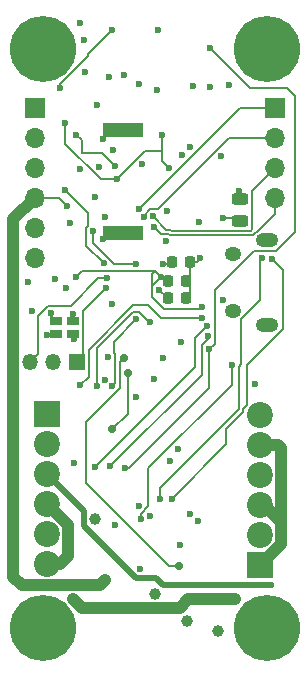
<source format=gbr>
%TF.GenerationSoftware,KiCad,Pcbnew,7.0.5*%
%TF.CreationDate,2023-12-16T01:16:06-08:00*%
%TF.ProjectId,Lyrav3,4c797261-7633-42e6-9b69-6361645f7063,rev?*%
%TF.SameCoordinates,Original*%
%TF.FileFunction,Copper,L1,Top*%
%TF.FilePolarity,Positive*%
%FSLAX46Y46*%
G04 Gerber Fmt 4.6, Leading zero omitted, Abs format (unit mm)*
G04 Created by KiCad (PCBNEW 7.0.5) date 2023-12-16 01:16:06*
%MOMM*%
%LPD*%
G01*
G04 APERTURE LIST*
G04 Aperture macros list*
%AMRoundRect*
0 Rectangle with rounded corners*
0 $1 Rounding radius*
0 $2 $3 $4 $5 $6 $7 $8 $9 X,Y pos of 4 corners*
0 Add a 4 corners polygon primitive as box body*
4,1,4,$2,$3,$4,$5,$6,$7,$8,$9,$2,$3,0*
0 Add four circle primitives for the rounded corners*
1,1,$1+$1,$2,$3*
1,1,$1+$1,$4,$5*
1,1,$1+$1,$6,$7*
1,1,$1+$1,$8,$9*
0 Add four rect primitives between the rounded corners*
20,1,$1+$1,$2,$3,$4,$5,0*
20,1,$1+$1,$4,$5,$6,$7,0*
20,1,$1+$1,$6,$7,$8,$9,0*
20,1,$1+$1,$8,$9,$2,$3,0*%
G04 Aperture macros list end*
%TA.AperFunction,SMDPad,CuDef*%
%ADD10RoundRect,0.243750X0.456250X-0.243750X0.456250X0.243750X-0.456250X0.243750X-0.456250X-0.243750X0*%
%TD*%
%TA.AperFunction,ComponentPad*%
%ADD11C,5.600000*%
%TD*%
%TA.AperFunction,ComponentPad*%
%ADD12R,1.700000X1.700000*%
%TD*%
%TA.AperFunction,ComponentPad*%
%ADD13O,1.700000X1.700000*%
%TD*%
%TA.AperFunction,SMDPad,CuDef*%
%ADD14RoundRect,0.225000X-0.225000X-0.250000X0.225000X-0.250000X0.225000X0.250000X-0.225000X0.250000X0*%
%TD*%
%TA.AperFunction,SMDPad,CuDef*%
%ADD15R,3.400000X1.300000*%
%TD*%
%TA.AperFunction,SMDPad,CuDef*%
%ADD16R,1.000000X0.800000*%
%TD*%
%TA.AperFunction,ComponentPad*%
%ADD17R,2.200000X2.200000*%
%TD*%
%TA.AperFunction,ComponentPad*%
%ADD18C,2.200000*%
%TD*%
%TA.AperFunction,ComponentPad*%
%ADD19R,1.350000X1.350000*%
%TD*%
%TA.AperFunction,ComponentPad*%
%ADD20O,1.350000X1.350000*%
%TD*%
%TA.AperFunction,ComponentPad*%
%ADD21O,1.400000X1.200000*%
%TD*%
%TA.AperFunction,ComponentPad*%
%ADD22O,1.900000X1.200000*%
%TD*%
%TA.AperFunction,ViaPad*%
%ADD23C,1.000000*%
%TD*%
%TA.AperFunction,ViaPad*%
%ADD24C,0.600000*%
%TD*%
%TA.AperFunction,ViaPad*%
%ADD25C,0.700000*%
%TD*%
%TA.AperFunction,Conductor*%
%ADD26C,0.200000*%
%TD*%
%TA.AperFunction,Conductor*%
%ADD27C,1.000000*%
%TD*%
%TA.AperFunction,Conductor*%
%ADD28C,0.500000*%
%TD*%
G04 APERTURE END LIST*
D10*
%TO.P,D2,1,K*%
%TO.N,GND*%
X203276200Y-81620100D03*
%TO.P,D2,2,A*%
%TO.N,Net-(D2-A)*%
X203276200Y-79745100D03*
%TD*%
D11*
%TO.P,H3,1,1*%
%TO.N,GND*%
X186600000Y-116025000D03*
%TD*%
D12*
%TO.P,J8,1,Pin_1*%
%TO.N,/BRKOUT1*%
X206248000Y-72009000D03*
D13*
%TO.P,J8,2,Pin_2*%
%TO.N,/BRKOUT2*%
X206248000Y-74549000D03*
%TO.P,J8,3,Pin_3*%
%TO.N,/BRKOUT3*%
X206248000Y-77089000D03*
%TO.P,J8,4,Pin_4*%
%TO.N,/BRKOUT4*%
X206248000Y-79629000D03*
%TD*%
D14*
%TO.P,C19,1*%
%TO.N,+3V3*%
X197534500Y-85013800D03*
%TO.P,C19,2*%
%TO.N,GND*%
X199084500Y-85013800D03*
%TD*%
D15*
%TO.P,LS1,1,+*%
%TO.N,/BUZZER*%
X193395600Y-82582000D03*
%TO.P,LS1,2,-*%
%TO.N,GND*%
X193395600Y-73882000D03*
%TD*%
D11*
%TO.P,H1,1,1*%
%TO.N,GND*%
X186600000Y-67025000D03*
%TD*%
%TO.P,H2,1,1*%
%TO.N,GND*%
X205600000Y-67025000D03*
%TD*%
D16*
%TO.P,D4,1,A*%
%TO.N,Net-(D4-A)*%
X187678900Y-90044800D03*
%TO.P,D4,2,RK*%
%TO.N,/LEDRED*%
X187678900Y-91144800D03*
%TO.P,D4,3,GK*%
%TO.N,/LEDGREEN*%
X189178900Y-91144800D03*
%TO.P,D4,4,BK*%
%TO.N,/LEDBLUE*%
X189178900Y-90044800D03*
%TD*%
D11*
%TO.P,H4,1,1*%
%TO.N,GND*%
X205600000Y-116025000D03*
%TD*%
D17*
%TO.P,J2,1,Pin_1*%
%TO.N,/P4-*%
X186944000Y-97917000D03*
D18*
%TO.P,J2,2,Pin_2*%
%TO.N,+12P*%
X186944000Y-100457000D03*
%TO.P,J2,3,Pin_3*%
%TO.N,+12V*%
X186944000Y-102997000D03*
%TO.P,J2,4,Pin_4*%
%TO.N,+BATT*%
X186944000Y-105537000D03*
%TO.P,J2,5,Pin_5*%
%TO.N,GND*%
X186944000Y-108077000D03*
%TO.P,J2,6,Pin_6*%
%TO.N,+BATT*%
X186944000Y-110617000D03*
%TD*%
D14*
%TO.P,C20,1*%
%TO.N,+3V3*%
X197192600Y-88138000D03*
%TO.P,C20,2*%
%TO.N,GND*%
X198742600Y-88138000D03*
%TD*%
D17*
%TO.P,J9,1,Pin_1*%
%TO.N,+12P*%
X204978000Y-110744000D03*
D18*
%TO.P,J9,2,Pin_2*%
%TO.N,/P1-*%
X204978000Y-108204000D03*
%TO.P,J9,3,Pin_3*%
%TO.N,+12P*%
X204978000Y-105664000D03*
%TO.P,J9,4,Pin_4*%
%TO.N,/P2-*%
X204978000Y-103124000D03*
%TO.P,J9,5,Pin_5*%
%TO.N,+12P*%
X204978000Y-100584000D03*
%TO.P,J9,6,Pin_6*%
%TO.N,/P3-*%
X204978000Y-98044000D03*
%TD*%
D12*
%TO.P,J6,1,Pin_1*%
%TO.N,/BRKOUT7*%
X185928000Y-71999000D03*
D13*
%TO.P,J6,2,Pin_2*%
%TO.N,/BRKOUT6*%
X185928000Y-74539000D03*
%TO.P,J6,3,Pin_3*%
%TO.N,/BRKOUT5*%
X185928000Y-77079000D03*
%TO.P,J6,4,Pin_4*%
%TO.N,+12VA*%
X185928000Y-79619000D03*
%TO.P,J6,5,Pin_5*%
%TO.N,+3V3*%
X185928000Y-82159000D03*
%TO.P,J6,6,Pin_6*%
%TO.N,GND*%
X185928000Y-84699000D03*
%TD*%
D14*
%TO.P,C18,1*%
%TO.N,+1V1*%
X197192600Y-86664800D03*
%TO.P,C18,2*%
%TO.N,GND*%
X198742600Y-86664800D03*
%TD*%
D19*
%TO.P,J5,1,Pin_1*%
%TO.N,/SWCLK*%
X189502800Y-93522800D03*
D20*
%TO.P,J5,2,Pin_2*%
%TO.N,GND*%
X187502800Y-93522800D03*
%TO.P,J5,3,Pin_3*%
%TO.N,/SWD*%
X185502800Y-93522800D03*
%TD*%
D21*
%TO.P,J7,6,Shield*%
%TO.N,unconnected-(J7-Shield-Pad6)*%
X202715200Y-89237200D03*
%TO.P,J7,7*%
%TO.N,N/C*%
X202715200Y-84397200D03*
D22*
%TO.P,J7,8*%
X205615200Y-83217200D03*
%TO.P,J7,9*%
X205615200Y-90417200D03*
%TD*%
D23*
%TO.N,+12VA*%
X191871600Y-112014000D03*
D24*
X188671200Y-80314800D03*
%TO.N,GND*%
X198018400Y-100888800D03*
X191827274Y-95007119D03*
X185318400Y-86715600D03*
X192430400Y-88635800D03*
X199097913Y-75348599D03*
X192684400Y-107340400D03*
X199948800Y-84683600D03*
D23*
X191063407Y-106783345D03*
D24*
X201847784Y-81296069D03*
X188874400Y-81737200D03*
X190093600Y-66243200D03*
X191231011Y-71748973D03*
X187642200Y-86512400D03*
X199360800Y-70154800D03*
X202336400Y-70053200D03*
X199745600Y-106984800D03*
X194716400Y-69951600D03*
X197358000Y-101904800D03*
X201881523Y-88272299D03*
X195986400Y-94945200D03*
X194818000Y-111048800D03*
X191058300Y-79518600D03*
X194716347Y-105711387D03*
X189246999Y-102075477D03*
X198323200Y-91846400D03*
X197154800Y-80772000D03*
D23*
X196138800Y-113131600D03*
D24*
X191346932Y-76994850D03*
X192205000Y-69392800D03*
X204589403Y-95390696D03*
X196342000Y-65405000D03*
X198221600Y-109016800D03*
X191719200Y-74625200D03*
D23*
X201435000Y-116332000D03*
D24*
%TO.N,+3V3*%
X197002400Y-83312000D03*
X195037360Y-76726862D03*
X189788800Y-64820800D03*
X196799200Y-85191600D03*
X199085200Y-106426000D03*
X196415936Y-87384446D03*
X192126781Y-93077991D03*
X185714700Y-89216450D03*
D23*
X198780400Y-115443000D03*
D24*
X200793200Y-70256400D03*
X198424800Y-75996800D03*
X189788800Y-77161200D03*
X195640254Y-106518628D03*
X192511050Y-75569450D03*
X194513200Y-96476000D03*
X188603400Y-87274400D03*
X190193039Y-69006375D03*
X201676000Y-76098400D03*
X191862074Y-81237217D03*
X193443714Y-69240400D03*
X196799200Y-93167200D03*
X196246600Y-70457701D03*
X199847200Y-81686400D03*
%TO.N,+1V1*%
X196607114Y-86313820D03*
X189435481Y-86306919D03*
X200101200Y-88849200D03*
D23*
%TO.N,+12P*%
X202900424Y-113619173D03*
X189179200Y-113616500D03*
D24*
%TO.N,+12V*%
X205943200Y-112420400D03*
%TO.N,/BUZZER*%
X191658300Y-83096755D03*
%TO.N,Net-(D2-A)*%
X203250800Y-79044800D03*
%TO.N,/RUN*%
X191752489Y-85158311D03*
X188061600Y-70307200D03*
X192481200Y-65379600D03*
X188518800Y-78994000D03*
%TO.N,/SWCLK*%
X191973200Y-87223600D03*
%TO.N,/SWD*%
X192006398Y-86410800D03*
%TO.N,/BRKOUT4*%
X196029565Y-82129487D03*
%TO.N,/BRKOUT3*%
X195926300Y-81178400D03*
%TO.N,/BRKOUT2*%
X195129220Y-81240590D03*
%TO.N,/BRKOUT1*%
X194765954Y-80528380D03*
%TO.N,/LEDBLUE*%
X189179200Y-89458800D03*
%TO.N,/LEDGREEN*%
X189281759Y-91541347D03*
%TO.N,/LEDRED*%
X186951061Y-91246300D03*
D25*
%TO.N,/P1 EN *%
X193446400Y-93218000D03*
X198120000Y-110805000D03*
%TO.N,/P2 EN *%
X193791100Y-94488000D03*
X192481200Y-99212400D03*
D24*
%TO.N,/BATT SENSE *%
X190855600Y-82448400D03*
X194462400Y-85201700D03*
%TO.N,/P3 CONT *%
X202587380Y-93811815D03*
X194906233Y-106835516D03*
%TO.N,/QSPI_SS*%
X193548000Y-102514400D03*
X200700700Y-92456000D03*
X200761600Y-66959801D03*
%TO.N,/I2C1 SCL*%
X197307200Y-77114400D03*
X197510400Y-105105200D03*
X192887600Y-78028800D03*
X188518800Y-73304400D03*
X196707700Y-74325977D03*
X205978868Y-84788522D03*
%TO.N,/I2C1 SDA*%
X189433200Y-74269600D03*
X192742450Y-76954750D03*
X196494400Y-105156000D03*
X205181200Y-84734400D03*
%TO.N,/QSPI_SD1*%
X192328800Y-102362000D03*
X200570724Y-91279187D03*
%TO.N,/QSPI_SD2*%
X200463745Y-90486874D03*
X190997900Y-102412800D03*
%TO.N,/QSPI_SDO*%
X200065116Y-89793838D03*
X189788800Y-95504000D03*
%TO.N,/QSPI_SCLK*%
X191213386Y-95519316D03*
X195681600Y-90135300D03*
%TO.N,/QSPI_SD3*%
X192428369Y-95534271D03*
X194513200Y-89916000D03*
%TO.N,Net-(D4-A)*%
X187299600Y-89357200D03*
%TD*%
D26*
%TO.N,+12VA*%
X187975400Y-79619000D02*
X185928000Y-79619000D01*
X188671200Y-80314800D02*
X187975400Y-79619000D01*
D27*
X184100000Y-111710000D02*
X184100000Y-81447000D01*
X191871600Y-112014000D02*
X191468600Y-112417000D01*
X184807000Y-112417000D02*
X184100000Y-111710000D01*
X184100000Y-81447000D02*
X185928000Y-79619000D01*
X191468600Y-112417000D02*
X184807000Y-112417000D01*
D26*
%TO.N,GND*%
X199084500Y-85013800D02*
X199084500Y-87796100D01*
X201847784Y-81296069D02*
X202952169Y-81296069D01*
X202952169Y-81296069D02*
X203276200Y-81620100D01*
X199948800Y-84683600D02*
X199618600Y-85013800D01*
X199084500Y-87796100D02*
X198742600Y-88138000D01*
X199618600Y-85013800D02*
X199084500Y-85013800D01*
%TO.N,+3V3*%
X196799200Y-85191600D02*
X197356700Y-85191600D01*
X197356700Y-85191600D02*
X197534500Y-85013800D01*
X197169490Y-88138000D02*
X197192600Y-88138000D01*
X196415936Y-87384446D02*
X197169490Y-88138000D01*
%TO.N,+1V1*%
X196839963Y-89002825D02*
X199947575Y-89002825D01*
X195815936Y-87104998D02*
X196607114Y-86313820D01*
X199947575Y-89002825D02*
X200101200Y-88849200D01*
X195815936Y-86079758D02*
X196094494Y-85801200D01*
X196094494Y-85801200D02*
X189941200Y-85801200D01*
X195815936Y-87104998D02*
X195815936Y-86079758D01*
X196094494Y-85801200D02*
X196607114Y-86313820D01*
X195815936Y-87104998D02*
X195815936Y-87978798D01*
X189941200Y-85801200D02*
X189435481Y-86306919D01*
X195815936Y-87978798D02*
X196839963Y-89002825D01*
D27*
%TO.N,+12P*%
X206778000Y-100828366D02*
X206533634Y-100584000D01*
X198907170Y-113619173D02*
X202900424Y-113619173D01*
X189179200Y-113616500D02*
X189894300Y-114331600D01*
X206533634Y-100584000D02*
X204978000Y-100584000D01*
X189894300Y-114331600D02*
X198194743Y-114331600D01*
X205333600Y-105664000D02*
X204978000Y-105664000D01*
X204983585Y-110744000D02*
X206778000Y-108949585D01*
X206778000Y-107108400D02*
X205333600Y-105664000D01*
X206778000Y-108949585D02*
X206778000Y-107108400D01*
X198194743Y-114331600D02*
X198907170Y-113619173D01*
X204978000Y-110744000D02*
X204983585Y-110744000D01*
X206778000Y-107108400D02*
X206778000Y-100828366D01*
D28*
%TO.N,+12V*%
X205943200Y-112420400D02*
X196771103Y-112420400D01*
X196771103Y-112420400D02*
X196149503Y-111798800D01*
X190093600Y-106146600D02*
X186944000Y-102997000D01*
X194501200Y-111798800D02*
X190093600Y-107391200D01*
X196149503Y-111798800D02*
X194501200Y-111798800D01*
X190093600Y-107391200D02*
X190093600Y-106146600D01*
D27*
%TO.N,+BATT*%
X186949585Y-105537000D02*
X188744000Y-107331415D01*
X188744000Y-109909200D02*
X188036200Y-110617000D01*
X188744000Y-107331415D02*
X188744000Y-109909200D01*
X186944000Y-105537000D02*
X186949585Y-105537000D01*
X188036200Y-110617000D02*
X186944000Y-110617000D01*
D26*
%TO.N,Net-(D2-A)*%
X203276200Y-79745100D02*
X203276200Y-79070200D01*
X203276200Y-79070200D02*
X203250800Y-79044800D01*
%TO.N,/RUN*%
X190256100Y-82200078D02*
X190256100Y-83661922D01*
X190256100Y-83661922D02*
X191752489Y-85158311D01*
X192481200Y-65379600D02*
X190408500Y-67452300D01*
X190408500Y-82047678D02*
X190408500Y-80883700D01*
X188061600Y-69947463D02*
X190408500Y-67600563D01*
X190408500Y-82047678D02*
X190256100Y-82200078D01*
X190408500Y-67600563D02*
X190408500Y-67452300D01*
X190408500Y-80883700D02*
X188518800Y-78994000D01*
X188061600Y-70307200D02*
X188061600Y-69947463D01*
%TO.N,/SWCLK*%
X191973200Y-87223600D02*
X189978900Y-89217900D01*
X189978900Y-93046700D02*
X189502800Y-93522800D01*
X189978900Y-89217900D02*
X189978900Y-93046700D01*
%TO.N,/SWD*%
X186177800Y-92847800D02*
X185502800Y-93522800D01*
X188970033Y-88757200D02*
X187051071Y-88757200D01*
X192006398Y-86410800D02*
X191316433Y-86410800D01*
X187051071Y-88757200D02*
X186177800Y-89630471D01*
X191316433Y-86410800D02*
X188970033Y-88757200D01*
X186177800Y-89630471D02*
X186177800Y-92847800D01*
%TO.N,/BRKOUT4*%
X197241329Y-82702400D02*
X197346529Y-82807600D01*
X204899204Y-82317200D02*
X206248000Y-80968404D01*
X196602478Y-82702400D02*
X197241329Y-82702400D01*
X197346529Y-82807600D02*
X204402008Y-82807600D01*
X196029565Y-82129487D02*
X196602478Y-82702400D01*
X204892408Y-82317200D02*
X204899204Y-82317200D01*
X206248000Y-80968404D02*
X206248000Y-79629000D01*
X204402008Y-82807600D02*
X204892408Y-82317200D01*
%TO.N,/BRKOUT3*%
X197407014Y-82302400D02*
X197512214Y-82407600D01*
X197050300Y-82302400D02*
X197407014Y-82302400D01*
X204317600Y-79019400D02*
X206248000Y-77089000D01*
X197512214Y-82407600D02*
X204206000Y-82407600D01*
X195926300Y-81178400D02*
X197050300Y-82302400D01*
X204206000Y-82407600D02*
X204317600Y-82296000D01*
X204317600Y-82296000D02*
X204317600Y-79019400D01*
%TO.N,/BRKOUT2*%
X202361800Y-74549000D02*
X206248000Y-74549000D01*
X195129220Y-81240590D02*
X195129220Y-81126951D01*
X196332400Y-80578400D02*
X202361800Y-74549000D01*
X195129220Y-81126951D02*
X195677771Y-80578400D01*
X195677771Y-80578400D02*
X196332400Y-80578400D01*
%TO.N,/BRKOUT1*%
X206248000Y-72009000D02*
X203285334Y-72009000D01*
X203285334Y-72009000D02*
X194765954Y-80528380D01*
%TO.N,/P1 EN *%
X191865420Y-96983380D02*
X191865420Y-96977200D01*
X190246000Y-98602800D02*
X191865420Y-96983380D01*
X197311220Y-110805000D02*
X190246000Y-103739780D01*
X193141600Y-93522800D02*
X193446400Y-93218000D01*
X190246000Y-103739780D02*
X190246000Y-98602800D01*
X198120000Y-110805000D02*
X197311220Y-110805000D01*
X191865420Y-96977200D02*
X193141600Y-95701020D01*
X193141600Y-95701020D02*
X193141600Y-93522800D01*
%TO.N,/P2 EN *%
X192481200Y-99212400D02*
X193791100Y-97902500D01*
X193791100Y-97902500D02*
X193791100Y-94488000D01*
%TO.N,/BATT SENSE *%
X192643700Y-85201700D02*
X190855600Y-83413600D01*
X194462400Y-85201700D02*
X192643700Y-85201700D01*
X190855600Y-83413600D02*
X190855600Y-82448400D01*
%TO.N,/P3 CONT *%
X202587380Y-95471291D02*
X202587380Y-93811815D01*
X195529200Y-105746356D02*
X195529200Y-102529471D01*
X195529200Y-102529471D02*
X202587380Y-95471291D01*
X194906233Y-106369323D02*
X195529200Y-105746356D01*
X194906233Y-106835516D02*
X194906233Y-106369323D01*
%TO.N,/QSPI_SS*%
X193548000Y-102514400D02*
X193928410Y-102514400D01*
X207924400Y-82530792D02*
X207924400Y-70967600D01*
X193928410Y-102514400D02*
X200700700Y-95742110D01*
X204442578Y-84117200D02*
X206337992Y-84117200D01*
X207924400Y-70967600D02*
X207264000Y-70307200D01*
X200700700Y-95742110D02*
X200700700Y-92456000D01*
X200700700Y-92456000D02*
X201170724Y-91985976D01*
X207264000Y-70307200D02*
X204108999Y-70307200D01*
X201170724Y-91985976D02*
X201170724Y-87389054D01*
X204108999Y-70307200D02*
X200761600Y-66959801D01*
X206337992Y-84117200D02*
X207924400Y-82530792D01*
X201170724Y-87389054D02*
X204442578Y-84117200D01*
%TO.N,/I2C1 SCL*%
X195275200Y-75641200D02*
X192887600Y-78028800D01*
X196707700Y-76514900D02*
X196707700Y-75641200D01*
X196707700Y-75641200D02*
X195275200Y-75641200D01*
X206959200Y-85768854D02*
X205978868Y-84788522D01*
X196707700Y-75641200D02*
X196707700Y-74325977D01*
X188518800Y-75038485D02*
X191509115Y-78028800D01*
X203578000Y-97767600D02*
X203578000Y-97464101D01*
X188518800Y-73304400D02*
X188518800Y-75038485D01*
X203911200Y-97130901D02*
X203911200Y-93743992D01*
X197510400Y-105105200D02*
X202133200Y-100482400D01*
X203911200Y-93743992D02*
X206959200Y-90695992D01*
X202133200Y-100482400D02*
X202133200Y-99212400D01*
X202133200Y-99212400D02*
X203578000Y-97767600D01*
X197307200Y-77114400D02*
X196707700Y-76514900D01*
X203578000Y-97464101D02*
X203911200Y-97130901D01*
X191509115Y-78028800D02*
X192887600Y-78028800D01*
X206959200Y-90695992D02*
X206959200Y-85768854D01*
%TO.N,/I2C1 SDA*%
X205028800Y-88296392D02*
X205028800Y-84886800D01*
X189890400Y-74726800D02*
X189890400Y-75844400D01*
X191632100Y-75844400D02*
X189890400Y-75844400D01*
X196494400Y-105156000D02*
X196494400Y-104184620D01*
X196494400Y-104184620D02*
X203178499Y-97500521D01*
X203178499Y-93911713D02*
X203403200Y-93687012D01*
X189433200Y-74269600D02*
X189890400Y-74726800D01*
X203403200Y-89921992D02*
X205028800Y-88296392D01*
X203403200Y-93687012D02*
X203403200Y-89921992D01*
X203178499Y-97500521D02*
X203178499Y-93911713D01*
X205028800Y-84886800D02*
X205181200Y-84734400D01*
X192742450Y-76954750D02*
X191632100Y-75844400D01*
%TO.N,/QSPI_SD1*%
X200570724Y-91279187D02*
X200570724Y-91580076D01*
X200101200Y-94589600D02*
X200101200Y-92049600D01*
X200570724Y-91580076D02*
X200101200Y-92049600D01*
X192328800Y-102362000D02*
X200101200Y-94589600D01*
%TO.N,/QSPI_SD2*%
X200463745Y-90486874D02*
X199460377Y-91490242D01*
X199460377Y-93950323D02*
X190997900Y-102412800D01*
X199460377Y-91490242D02*
X199460377Y-93950323D01*
%TO.N,/QSPI_SDO*%
X196575438Y-89793838D02*
X200065116Y-89793838D01*
X194232620Y-88732978D02*
X195514578Y-88732978D01*
X189788800Y-95504000D02*
X190500000Y-94792800D01*
X195514578Y-88732978D02*
X196575438Y-89793838D01*
X190500000Y-92465598D02*
X194232620Y-88732978D01*
X190500000Y-94792800D02*
X190500000Y-92465598D01*
%TO.N,/QSPI_SCLK*%
X195535693Y-90136506D02*
X195535693Y-90090671D01*
X195535693Y-90090671D02*
X194761522Y-89316500D01*
X191213386Y-92317192D02*
X191213386Y-95519316D01*
X194214078Y-89316500D02*
X191213386Y-92317192D01*
X194761522Y-89316500D02*
X194214078Y-89316500D01*
%TO.N,/QSPI_SD3*%
X192726781Y-93372639D02*
X192726781Y-92829462D01*
X192428369Y-95534271D02*
X192691299Y-95271341D01*
X192633600Y-91795600D02*
X194513200Y-89916000D01*
X192633600Y-92736281D02*
X192633600Y-91795600D01*
X192691299Y-95271341D02*
X192691299Y-93408121D01*
X192726781Y-92829462D02*
X192633600Y-92736281D01*
X192691299Y-93408121D02*
X192726781Y-93372639D01*
%TO.N,Net-(D4-A)*%
X187299600Y-89665500D02*
X187678900Y-90044800D01*
X187299600Y-89357200D02*
X187299600Y-89665500D01*
%TD*%
M02*

</source>
